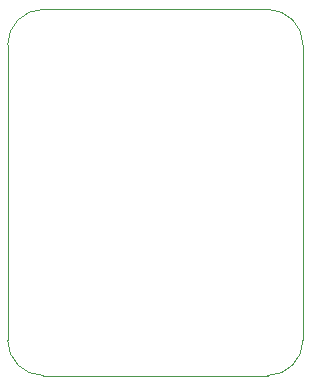
<source format=gbr>
%TF.GenerationSoftware,KiCad,Pcbnew,8.0.7*%
%TF.CreationDate,2025-01-19T22:37:32+01:00*%
%TF.ProjectId,USBPowerCut2,55534250-6f77-4657-9243-7574322e6b69,rev?*%
%TF.SameCoordinates,Original*%
%TF.FileFunction,Profile,NP*%
%FSLAX46Y46*%
G04 Gerber Fmt 4.6, Leading zero omitted, Abs format (unit mm)*
G04 Created by KiCad (PCBNEW 8.0.7) date 2025-01-19 22:37:32*
%MOMM*%
%LPD*%
G01*
G04 APERTURE LIST*
%TA.AperFunction,Profile*%
%ADD10C,0.050000*%
%TD*%
G04 APERTURE END LIST*
D10*
X3000000Y-31000000D02*
G75*
G02*
X0Y-28000000I0J3000000D01*
G01*
X25000000Y-28000000D02*
G75*
G02*
X22000000Y-31000000I-3000000J0D01*
G01*
X0Y-3000000D02*
G75*
G02*
X3000000Y0I3000000J0D01*
G01*
X22000000Y0D02*
G75*
G02*
X25000000Y-3000000I0J-3000000D01*
G01*
X22000000Y-31000000D02*
X3000000Y-31000000D01*
X0Y-28000000D02*
X0Y-3000000D01*
X25000000Y-3000000D02*
X25000000Y-28000000D01*
X3000000Y0D02*
X22000000Y0D01*
M02*

</source>
